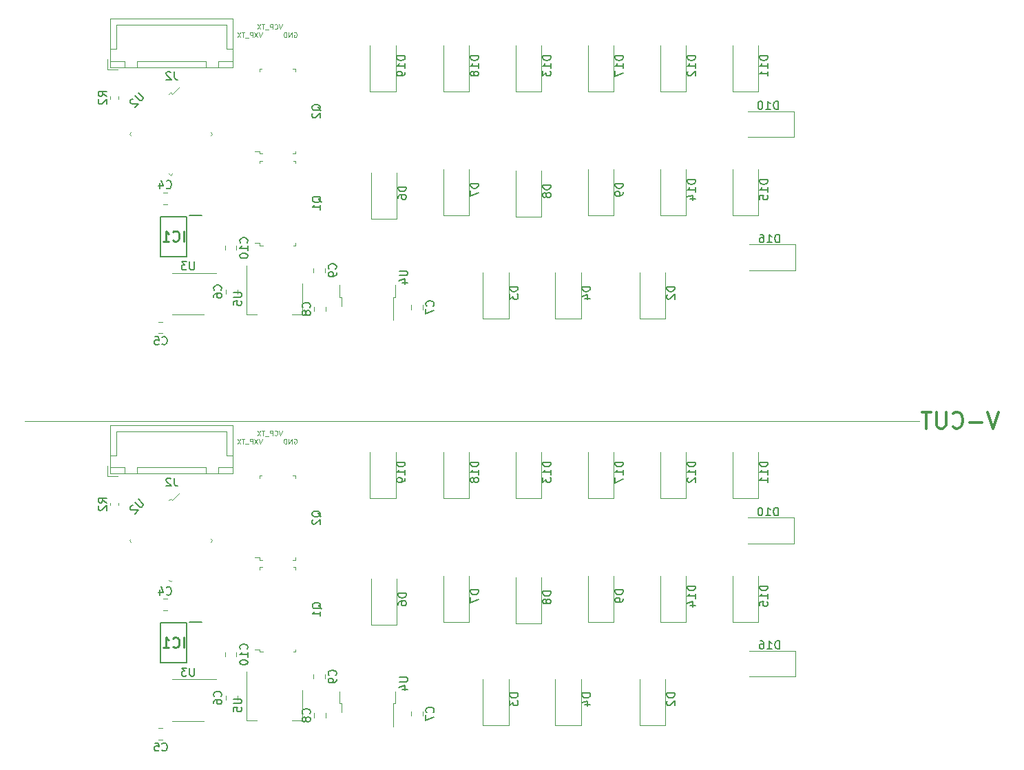
<source format=gbo>
G04 #@! TF.GenerationSoftware,KiCad,Pcbnew,(5.1.5)-3*
G04 #@! TF.CreationDate,2019-12-27T07:21:43+09:00*
G04 #@! TF.ProjectId,Solenoid_Valve-fin,536f6c65-6e6f-4696-945f-56616c76652d,rev?*
G04 #@! TF.SameCoordinates,Original*
G04 #@! TF.FileFunction,Legend,Bot*
G04 #@! TF.FilePolarity,Positive*
%FSLAX46Y46*%
G04 Gerber Fmt 4.6, Leading zero omitted, Abs format (unit mm)*
G04 Created by KiCad (PCBNEW (5.1.5)-3) date 2019-12-27 07:21:43*
%MOMM*%
%LPD*%
G04 APERTURE LIST*
%ADD10C,0.090000*%
%ADD11C,0.300000*%
%ADD12C,0.120000*%
%ADD13C,0.100000*%
%ADD14C,0.200000*%
%ADD15C,0.150000*%
%ADD16C,0.254000*%
G04 APERTURE END LIST*
D10*
X141642857Y-31171428D02*
X141442857Y-31771428D01*
X141242857Y-31171428D01*
X140700000Y-31714285D02*
X140728571Y-31742857D01*
X140814285Y-31771428D01*
X140871428Y-31771428D01*
X140957142Y-31742857D01*
X141014285Y-31685714D01*
X141042857Y-31628571D01*
X141071428Y-31514285D01*
X141071428Y-31428571D01*
X141042857Y-31314285D01*
X141014285Y-31257142D01*
X140957142Y-31200000D01*
X140871428Y-31171428D01*
X140814285Y-31171428D01*
X140728571Y-31200000D01*
X140700000Y-31228571D01*
X140442857Y-31771428D02*
X140442857Y-31171428D01*
X140214285Y-31171428D01*
X140157142Y-31200000D01*
X140128571Y-31228571D01*
X140100000Y-31285714D01*
X140100000Y-31371428D01*
X140128571Y-31428571D01*
X140157142Y-31457142D01*
X140214285Y-31485714D01*
X140442857Y-31485714D01*
X139985714Y-31828571D02*
X139528571Y-31828571D01*
X139471428Y-31171428D02*
X139128571Y-31171428D01*
X139300000Y-31771428D02*
X139300000Y-31171428D01*
X138985714Y-31171428D02*
X138585714Y-31771428D01*
X138585714Y-31171428D02*
X138985714Y-31771428D01*
X143087142Y-32200000D02*
X143144285Y-32171428D01*
X143230000Y-32171428D01*
X143315714Y-32200000D01*
X143372857Y-32257142D01*
X143401428Y-32314285D01*
X143430000Y-32428571D01*
X143430000Y-32514285D01*
X143401428Y-32628571D01*
X143372857Y-32685714D01*
X143315714Y-32742857D01*
X143230000Y-32771428D01*
X143172857Y-32771428D01*
X143087142Y-32742857D01*
X143058571Y-32714285D01*
X143058571Y-32514285D01*
X143172857Y-32514285D01*
X142801428Y-32771428D02*
X142801428Y-32171428D01*
X142458571Y-32771428D01*
X142458571Y-32171428D01*
X142172857Y-32771428D02*
X142172857Y-32171428D01*
X142030000Y-32171428D01*
X141944285Y-32200000D01*
X141887142Y-32257142D01*
X141858571Y-32314285D01*
X141830000Y-32428571D01*
X141830000Y-32514285D01*
X141858571Y-32628571D01*
X141887142Y-32685714D01*
X141944285Y-32742857D01*
X142030000Y-32771428D01*
X142172857Y-32771428D01*
X139158571Y-32171428D02*
X138958571Y-32771428D01*
X138758571Y-32171428D01*
X138615714Y-32171428D02*
X138215714Y-32771428D01*
X138215714Y-32171428D02*
X138615714Y-32771428D01*
X137987142Y-32771428D02*
X137987142Y-32171428D01*
X137758571Y-32171428D01*
X137701428Y-32200000D01*
X137672857Y-32228571D01*
X137644285Y-32285714D01*
X137644285Y-32371428D01*
X137672857Y-32428571D01*
X137701428Y-32457142D01*
X137758571Y-32485714D01*
X137987142Y-32485714D01*
X137530000Y-32828571D02*
X137072857Y-32828571D01*
X137015714Y-32171428D02*
X136672857Y-32171428D01*
X136844285Y-32771428D02*
X136844285Y-32171428D01*
X136530000Y-32171428D02*
X136130000Y-32771428D01*
X136130000Y-32171428D02*
X136530000Y-32771428D01*
D11*
X229714285Y-78904761D02*
X229047619Y-80904761D01*
X228380952Y-78904761D01*
X227714285Y-80142857D02*
X226190476Y-80142857D01*
X224095238Y-80714285D02*
X224190476Y-80809523D01*
X224476190Y-80904761D01*
X224666666Y-80904761D01*
X224952380Y-80809523D01*
X225142857Y-80619047D01*
X225238095Y-80428571D01*
X225333333Y-80047619D01*
X225333333Y-79761904D01*
X225238095Y-79380952D01*
X225142857Y-79190476D01*
X224952380Y-79000000D01*
X224666666Y-78904761D01*
X224476190Y-78904761D01*
X224190476Y-79000000D01*
X224095238Y-79095238D01*
X223238095Y-78904761D02*
X223238095Y-80523809D01*
X223142857Y-80714285D01*
X223047619Y-80809523D01*
X222857142Y-80904761D01*
X222476190Y-80904761D01*
X222285714Y-80809523D01*
X222190476Y-80714285D01*
X222095238Y-80523809D01*
X222095238Y-78904761D01*
X221428571Y-78904761D02*
X220285714Y-78904761D01*
X220857142Y-80904761D02*
X220857142Y-78904761D01*
D12*
X220000000Y-80000000D02*
X110000000Y-80000000D01*
D10*
X143087142Y-82200000D02*
X143144285Y-82171428D01*
X143230000Y-82171428D01*
X143315714Y-82200000D01*
X143372857Y-82257142D01*
X143401428Y-82314285D01*
X143430000Y-82428571D01*
X143430000Y-82514285D01*
X143401428Y-82628571D01*
X143372857Y-82685714D01*
X143315714Y-82742857D01*
X143230000Y-82771428D01*
X143172857Y-82771428D01*
X143087142Y-82742857D01*
X143058571Y-82714285D01*
X143058571Y-82514285D01*
X143172857Y-82514285D01*
X142801428Y-82771428D02*
X142801428Y-82171428D01*
X142458571Y-82771428D01*
X142458571Y-82171428D01*
X142172857Y-82771428D02*
X142172857Y-82171428D01*
X142030000Y-82171428D01*
X141944285Y-82200000D01*
X141887142Y-82257142D01*
X141858571Y-82314285D01*
X141830000Y-82428571D01*
X141830000Y-82514285D01*
X141858571Y-82628571D01*
X141887142Y-82685714D01*
X141944285Y-82742857D01*
X142030000Y-82771428D01*
X142172857Y-82771428D01*
X141642857Y-81171428D02*
X141442857Y-81771428D01*
X141242857Y-81171428D01*
X140700000Y-81714285D02*
X140728571Y-81742857D01*
X140814285Y-81771428D01*
X140871428Y-81771428D01*
X140957142Y-81742857D01*
X141014285Y-81685714D01*
X141042857Y-81628571D01*
X141071428Y-81514285D01*
X141071428Y-81428571D01*
X141042857Y-81314285D01*
X141014285Y-81257142D01*
X140957142Y-81200000D01*
X140871428Y-81171428D01*
X140814285Y-81171428D01*
X140728571Y-81200000D01*
X140700000Y-81228571D01*
X140442857Y-81771428D02*
X140442857Y-81171428D01*
X140214285Y-81171428D01*
X140157142Y-81200000D01*
X140128571Y-81228571D01*
X140100000Y-81285714D01*
X140100000Y-81371428D01*
X140128571Y-81428571D01*
X140157142Y-81457142D01*
X140214285Y-81485714D01*
X140442857Y-81485714D01*
X139985714Y-81828571D02*
X139528571Y-81828571D01*
X139471428Y-81171428D02*
X139128571Y-81171428D01*
X139300000Y-81771428D02*
X139300000Y-81171428D01*
X138985714Y-81171428D02*
X138585714Y-81771428D01*
X138585714Y-81171428D02*
X138985714Y-81771428D01*
X139158571Y-82171428D02*
X138958571Y-82771428D01*
X138758571Y-82171428D01*
X138615714Y-82171428D02*
X138215714Y-82771428D01*
X138215714Y-82171428D02*
X138615714Y-82771428D01*
X137987142Y-82771428D02*
X137987142Y-82171428D01*
X137758571Y-82171428D01*
X137701428Y-82200000D01*
X137672857Y-82228571D01*
X137644285Y-82285714D01*
X137644285Y-82371428D01*
X137672857Y-82428571D01*
X137701428Y-82457142D01*
X137758571Y-82485714D01*
X137987142Y-82485714D01*
X137530000Y-82828571D02*
X137072857Y-82828571D01*
X137015714Y-82171428D02*
X136672857Y-82171428D01*
X136844285Y-82771428D02*
X136844285Y-82171428D01*
X136530000Y-82171428D02*
X136130000Y-82771428D01*
X136130000Y-82171428D02*
X136530000Y-82771428D01*
D12*
X126441422Y-69210000D02*
X126958578Y-69210000D01*
X126441422Y-67790000D02*
X126958578Y-67790000D01*
X128150132Y-49559179D02*
X127938000Y-49771311D01*
X127938000Y-49771311D02*
X127725868Y-49559179D01*
X132831179Y-44878132D02*
X133043311Y-44666000D01*
X133043311Y-44666000D02*
X132831179Y-44453868D01*
X123044821Y-44453868D02*
X122832689Y-44666000D01*
X122832689Y-44666000D02*
X123044821Y-44878132D01*
X127725868Y-39772821D02*
X127938000Y-39560689D01*
X127938000Y-39560689D02*
X128150132Y-39772821D01*
X128150132Y-39772821D02*
X129079977Y-38842976D01*
X120185000Y-36750000D02*
X120185000Y-35500000D01*
X121435000Y-36750000D02*
X120185000Y-36750000D01*
X134835000Y-31250000D02*
X128035000Y-31250000D01*
X134835000Y-34200000D02*
X134835000Y-31250000D01*
X135585000Y-34200000D02*
X134835000Y-34200000D01*
X121235000Y-31250000D02*
X128035000Y-31250000D01*
X121235000Y-34200000D02*
X121235000Y-31250000D01*
X120485000Y-34200000D02*
X121235000Y-34200000D01*
X135585000Y-36450000D02*
X133785000Y-36450000D01*
X135585000Y-35700000D02*
X135585000Y-36450000D01*
X133785000Y-35700000D02*
X135585000Y-35700000D01*
X133785000Y-36450000D02*
X133785000Y-35700000D01*
X122285000Y-36450000D02*
X120485000Y-36450000D01*
X122285000Y-35700000D02*
X122285000Y-36450000D01*
X120485000Y-35700000D02*
X122285000Y-35700000D01*
X120485000Y-36450000D02*
X120485000Y-35700000D01*
X132285000Y-36450000D02*
X123785000Y-36450000D01*
X132285000Y-35700000D02*
X132285000Y-36450000D01*
X123785000Y-35700000D02*
X132285000Y-35700000D01*
X123785000Y-36450000D02*
X123785000Y-35700000D01*
X135595000Y-36460000D02*
X120475000Y-36460000D01*
X135595000Y-30490000D02*
X135595000Y-36460000D01*
X120475000Y-30490000D02*
X135595000Y-30490000D01*
X120475000Y-36460000D02*
X120475000Y-30490000D01*
X120490000Y-40049221D02*
X120490000Y-40374779D01*
X121510000Y-40049221D02*
X121510000Y-40374779D01*
D13*
X143240000Y-36700000D02*
X142940000Y-36700000D01*
X143240000Y-36700000D02*
X143240000Y-37000000D01*
X143240000Y-47100000D02*
X142940000Y-47100000D01*
X138840000Y-37000000D02*
X138840000Y-36700000D01*
X138840000Y-36700000D02*
X139140000Y-36700000D01*
X139240000Y-47100000D02*
X138840000Y-47100000D01*
X138840000Y-47100000D02*
X138840000Y-46800000D01*
X138840000Y-46800000D02*
X138240000Y-46800000D01*
X143240000Y-46800000D02*
X143240000Y-47100000D01*
X143300000Y-47995000D02*
X143000000Y-47995000D01*
X143300000Y-47995000D02*
X143300000Y-48295000D01*
X143300000Y-58395000D02*
X143000000Y-58395000D01*
X138900000Y-48295000D02*
X138900000Y-47995000D01*
X138900000Y-47995000D02*
X139200000Y-47995000D01*
X139300000Y-58395000D02*
X138900000Y-58395000D01*
X138900000Y-58395000D02*
X138900000Y-58095000D01*
X138900000Y-58095000D02*
X138300000Y-58095000D01*
X143300000Y-58095000D02*
X143300000Y-58395000D01*
D12*
X144110000Y-66860000D02*
X142850000Y-66860000D01*
X137290000Y-66860000D02*
X138550000Y-66860000D01*
X144110000Y-63100000D02*
X144110000Y-66860000D01*
X137290000Y-60850000D02*
X137290000Y-66860000D01*
X169475000Y-61718000D02*
X169475000Y-67403000D01*
X169475000Y-67403000D02*
X166305000Y-67403000D01*
X166305000Y-67403000D02*
X166305000Y-61718000D01*
X182405000Y-49018000D02*
X182405000Y-54703000D01*
X182405000Y-54703000D02*
X179235000Y-54703000D01*
X179235000Y-54703000D02*
X179235000Y-49018000D01*
X200185000Y-49018000D02*
X200185000Y-54703000D01*
X200185000Y-54703000D02*
X197015000Y-54703000D01*
X197015000Y-54703000D02*
X197015000Y-49018000D01*
X146910000Y-61696578D02*
X146910000Y-61179422D01*
X145490000Y-61696578D02*
X145490000Y-61179422D01*
X127496578Y-51890000D02*
X126979422Y-51890000D01*
X127496578Y-53310000D02*
X126979422Y-53310000D01*
X134690000Y-63803422D02*
X134690000Y-64320578D01*
X136110000Y-63803422D02*
X136110000Y-64320578D01*
D14*
X129900000Y-54850000D02*
X126700000Y-54850000D01*
X126700000Y-54850000D02*
X126700000Y-59750000D01*
X126700000Y-59750000D02*
X129900000Y-59750000D01*
X129900000Y-59750000D02*
X129900000Y-54850000D01*
X131775000Y-54695000D02*
X130250000Y-54695000D01*
D12*
X155735000Y-49420000D02*
X155735000Y-55105000D01*
X155735000Y-55105000D02*
X152565000Y-55105000D01*
X152565000Y-55105000D02*
X152565000Y-49420000D01*
X173515000Y-49188000D02*
X173515000Y-54873000D01*
X173515000Y-54873000D02*
X170345000Y-54873000D01*
X170345000Y-54873000D02*
X170345000Y-49188000D01*
X145590000Y-65941422D02*
X145590000Y-66458578D01*
X147010000Y-65941422D02*
X147010000Y-66458578D01*
X136010000Y-58958578D02*
X136010000Y-58441422D01*
X134590000Y-58958578D02*
X134590000Y-58441422D01*
X155550000Y-63245000D02*
X155550000Y-64745000D01*
X155550000Y-64745000D02*
X155280000Y-64745000D01*
X155280000Y-64745000D02*
X155280000Y-67575000D01*
X148650000Y-63245000D02*
X148650000Y-64745000D01*
X148650000Y-64745000D02*
X148920000Y-64745000D01*
X148920000Y-64745000D02*
X148920000Y-65845000D01*
X200185000Y-33778000D02*
X200185000Y-39463000D01*
X200185000Y-39463000D02*
X197015000Y-39463000D01*
X197015000Y-39463000D02*
X197015000Y-33778000D01*
X173515000Y-33778000D02*
X173515000Y-39463000D01*
X173515000Y-39463000D02*
X170345000Y-39463000D01*
X170345000Y-39463000D02*
X170345000Y-33778000D01*
X178365000Y-61718000D02*
X178365000Y-67403000D01*
X178365000Y-67403000D02*
X175195000Y-67403000D01*
X175195000Y-67403000D02*
X175195000Y-61718000D01*
X198890000Y-41885000D02*
X204575000Y-41885000D01*
X204575000Y-41885000D02*
X204575000Y-45055000D01*
X204575000Y-45055000D02*
X198890000Y-45055000D01*
X188755000Y-61718000D02*
X188755000Y-67403000D01*
X188755000Y-67403000D02*
X185585000Y-67403000D01*
X185585000Y-67403000D02*
X185585000Y-61718000D01*
X191295000Y-49018000D02*
X191295000Y-54703000D01*
X191295000Y-54703000D02*
X188125000Y-54703000D01*
X188125000Y-54703000D02*
X188125000Y-49018000D01*
X199050000Y-58275000D02*
X204735000Y-58275000D01*
X204735000Y-58275000D02*
X204735000Y-61445000D01*
X204735000Y-61445000D02*
X199050000Y-61445000D01*
X164625000Y-33778000D02*
X164625000Y-39463000D01*
X164625000Y-39463000D02*
X161455000Y-39463000D01*
X161455000Y-39463000D02*
X161455000Y-33778000D01*
X158910000Y-66261252D02*
X158910000Y-65738748D01*
X157490000Y-66261252D02*
X157490000Y-65738748D01*
X164625000Y-49018000D02*
X164625000Y-54703000D01*
X164625000Y-54703000D02*
X161455000Y-54703000D01*
X161455000Y-54703000D02*
X161455000Y-49018000D01*
X191295000Y-33778000D02*
X191295000Y-39463000D01*
X191295000Y-39463000D02*
X188125000Y-39463000D01*
X188125000Y-39463000D02*
X188125000Y-33778000D01*
X155585000Y-33778000D02*
X155585000Y-39463000D01*
X155585000Y-39463000D02*
X152415000Y-39463000D01*
X152415000Y-39463000D02*
X152415000Y-33778000D01*
X182405000Y-33778000D02*
X182405000Y-39463000D01*
X182405000Y-39463000D02*
X179235000Y-39463000D01*
X179235000Y-39463000D02*
X179235000Y-33778000D01*
X130075000Y-66895000D02*
X128125000Y-66895000D01*
X130075000Y-66895000D02*
X132025000Y-66895000D01*
X130075000Y-61775000D02*
X128125000Y-61775000D01*
X130075000Y-61775000D02*
X133525000Y-61775000D01*
X152415000Y-89463000D02*
X152415000Y-83778000D01*
X155585000Y-89463000D02*
X152415000Y-89463000D01*
X155585000Y-83778000D02*
X155585000Y-89463000D01*
X161455000Y-89463000D02*
X161455000Y-83778000D01*
X164625000Y-89463000D02*
X161455000Y-89463000D01*
X164625000Y-83778000D02*
X164625000Y-89463000D01*
X179235000Y-89463000D02*
X179235000Y-83778000D01*
X182405000Y-89463000D02*
X179235000Y-89463000D01*
X182405000Y-83778000D02*
X182405000Y-89463000D01*
X204735000Y-111445000D02*
X199050000Y-111445000D01*
X204735000Y-108275000D02*
X204735000Y-111445000D01*
X199050000Y-108275000D02*
X204735000Y-108275000D01*
X197015000Y-104703000D02*
X197015000Y-99018000D01*
X200185000Y-104703000D02*
X197015000Y-104703000D01*
X200185000Y-99018000D02*
X200185000Y-104703000D01*
X188125000Y-104703000D02*
X188125000Y-99018000D01*
X191295000Y-104703000D02*
X188125000Y-104703000D01*
X191295000Y-99018000D02*
X191295000Y-104703000D01*
X170345000Y-89463000D02*
X170345000Y-83778000D01*
X173515000Y-89463000D02*
X170345000Y-89463000D01*
X173515000Y-83778000D02*
X173515000Y-89463000D01*
X188125000Y-89463000D02*
X188125000Y-83778000D01*
X191295000Y-89463000D02*
X188125000Y-89463000D01*
X191295000Y-83778000D02*
X191295000Y-89463000D01*
X197015000Y-89463000D02*
X197015000Y-83778000D01*
X200185000Y-89463000D02*
X197015000Y-89463000D01*
X200185000Y-83778000D02*
X200185000Y-89463000D01*
X204575000Y-95055000D02*
X198890000Y-95055000D01*
X204575000Y-91885000D02*
X204575000Y-95055000D01*
X198890000Y-91885000D02*
X204575000Y-91885000D01*
X179235000Y-104703000D02*
X179235000Y-99018000D01*
X182405000Y-104703000D02*
X179235000Y-104703000D01*
X182405000Y-99018000D02*
X182405000Y-104703000D01*
X170345000Y-104873000D02*
X170345000Y-99188000D01*
X173515000Y-104873000D02*
X170345000Y-104873000D01*
X173515000Y-99188000D02*
X173515000Y-104873000D01*
X161455000Y-104703000D02*
X161455000Y-99018000D01*
X164625000Y-104703000D02*
X161455000Y-104703000D01*
X164625000Y-99018000D02*
X164625000Y-104703000D01*
X152565000Y-105105000D02*
X152565000Y-99420000D01*
X155735000Y-105105000D02*
X152565000Y-105105000D01*
X155735000Y-99420000D02*
X155735000Y-105105000D01*
X175195000Y-117403000D02*
X175195000Y-111718000D01*
X178365000Y-117403000D02*
X175195000Y-117403000D01*
X178365000Y-111718000D02*
X178365000Y-117403000D01*
X166305000Y-117403000D02*
X166305000Y-111718000D01*
X169475000Y-117403000D02*
X166305000Y-117403000D01*
X169475000Y-111718000D02*
X169475000Y-117403000D01*
X185585000Y-117403000D02*
X185585000Y-111718000D01*
X188755000Y-117403000D02*
X185585000Y-117403000D01*
X188755000Y-111718000D02*
X188755000Y-117403000D01*
X148920000Y-114745000D02*
X148920000Y-115845000D01*
X148650000Y-114745000D02*
X148920000Y-114745000D01*
X148650000Y-113245000D02*
X148650000Y-114745000D01*
X155280000Y-114745000D02*
X155280000Y-117575000D01*
X155550000Y-114745000D02*
X155280000Y-114745000D01*
X155550000Y-113245000D02*
X155550000Y-114745000D01*
X134590000Y-108958578D02*
X134590000Y-108441422D01*
X136010000Y-108958578D02*
X136010000Y-108441422D01*
X145490000Y-111696578D02*
X145490000Y-111179422D01*
X146910000Y-111696578D02*
X146910000Y-111179422D01*
X147010000Y-115941422D02*
X147010000Y-116458578D01*
X145590000Y-115941422D02*
X145590000Y-116458578D01*
X157490000Y-116261252D02*
X157490000Y-115738748D01*
X158910000Y-116261252D02*
X158910000Y-115738748D01*
X137290000Y-110850000D02*
X137290000Y-116860000D01*
X144110000Y-113100000D02*
X144110000Y-116860000D01*
X137290000Y-116860000D02*
X138550000Y-116860000D01*
X144110000Y-116860000D02*
X142850000Y-116860000D01*
X130075000Y-111775000D02*
X133525000Y-111775000D01*
X130075000Y-111775000D02*
X128125000Y-111775000D01*
X130075000Y-116895000D02*
X132025000Y-116895000D01*
X130075000Y-116895000D02*
X128125000Y-116895000D01*
X128150132Y-89772821D02*
X129079977Y-88842976D01*
X127938000Y-89560689D02*
X128150132Y-89772821D01*
X127725868Y-89772821D02*
X127938000Y-89560689D01*
X122832689Y-94666000D02*
X123044821Y-94878132D01*
X123044821Y-94453868D02*
X122832689Y-94666000D01*
X133043311Y-94666000D02*
X132831179Y-94453868D01*
X132831179Y-94878132D02*
X133043311Y-94666000D01*
X127938000Y-99771311D02*
X127725868Y-99559179D01*
X128150132Y-99559179D02*
X127938000Y-99771311D01*
X121510000Y-90049221D02*
X121510000Y-90374779D01*
X120490000Y-90049221D02*
X120490000Y-90374779D01*
D13*
X143240000Y-96800000D02*
X143240000Y-97100000D01*
X138840000Y-96800000D02*
X138240000Y-96800000D01*
X138840000Y-97100000D02*
X138840000Y-96800000D01*
X139240000Y-97100000D02*
X138840000Y-97100000D01*
X138840000Y-86700000D02*
X139140000Y-86700000D01*
X138840000Y-87000000D02*
X138840000Y-86700000D01*
X143240000Y-97100000D02*
X142940000Y-97100000D01*
X143240000Y-86700000D02*
X143240000Y-87000000D01*
X143240000Y-86700000D02*
X142940000Y-86700000D01*
X143300000Y-108095000D02*
X143300000Y-108395000D01*
X138900000Y-108095000D02*
X138300000Y-108095000D01*
X138900000Y-108395000D02*
X138900000Y-108095000D01*
X139300000Y-108395000D02*
X138900000Y-108395000D01*
X138900000Y-97995000D02*
X139200000Y-97995000D01*
X138900000Y-98295000D02*
X138900000Y-97995000D01*
X143300000Y-108395000D02*
X143000000Y-108395000D01*
X143300000Y-97995000D02*
X143300000Y-98295000D01*
X143300000Y-97995000D02*
X143000000Y-97995000D01*
D12*
X120475000Y-86460000D02*
X120475000Y-80490000D01*
X120475000Y-80490000D02*
X135595000Y-80490000D01*
X135595000Y-80490000D02*
X135595000Y-86460000D01*
X135595000Y-86460000D02*
X120475000Y-86460000D01*
X123785000Y-86450000D02*
X123785000Y-85700000D01*
X123785000Y-85700000D02*
X132285000Y-85700000D01*
X132285000Y-85700000D02*
X132285000Y-86450000D01*
X132285000Y-86450000D02*
X123785000Y-86450000D01*
X120485000Y-86450000D02*
X120485000Y-85700000D01*
X120485000Y-85700000D02*
X122285000Y-85700000D01*
X122285000Y-85700000D02*
X122285000Y-86450000D01*
X122285000Y-86450000D02*
X120485000Y-86450000D01*
X133785000Y-86450000D02*
X133785000Y-85700000D01*
X133785000Y-85700000D02*
X135585000Y-85700000D01*
X135585000Y-85700000D02*
X135585000Y-86450000D01*
X135585000Y-86450000D02*
X133785000Y-86450000D01*
X120485000Y-84200000D02*
X121235000Y-84200000D01*
X121235000Y-84200000D02*
X121235000Y-81250000D01*
X121235000Y-81250000D02*
X128035000Y-81250000D01*
X135585000Y-84200000D02*
X134835000Y-84200000D01*
X134835000Y-84200000D02*
X134835000Y-81250000D01*
X134835000Y-81250000D02*
X128035000Y-81250000D01*
X121435000Y-86750000D02*
X120185000Y-86750000D01*
X120185000Y-86750000D02*
X120185000Y-85500000D01*
D14*
X131775000Y-104695000D02*
X130250000Y-104695000D01*
X129900000Y-109750000D02*
X129900000Y-104850000D01*
X126700000Y-109750000D02*
X129900000Y-109750000D01*
X126700000Y-104850000D02*
X126700000Y-109750000D01*
X129900000Y-104850000D02*
X126700000Y-104850000D01*
D12*
X136110000Y-113803422D02*
X136110000Y-114320578D01*
X134690000Y-113803422D02*
X134690000Y-114320578D01*
X126441422Y-117790000D02*
X126958578Y-117790000D01*
X126441422Y-119210000D02*
X126958578Y-119210000D01*
X127496578Y-103310000D02*
X126979422Y-103310000D01*
X127496578Y-101890000D02*
X126979422Y-101890000D01*
D15*
X126866666Y-70507142D02*
X126914285Y-70554761D01*
X127057142Y-70602380D01*
X127152380Y-70602380D01*
X127295238Y-70554761D01*
X127390476Y-70459523D01*
X127438095Y-70364285D01*
X127485714Y-70173809D01*
X127485714Y-70030952D01*
X127438095Y-69840476D01*
X127390476Y-69745238D01*
X127295238Y-69650000D01*
X127152380Y-69602380D01*
X127057142Y-69602380D01*
X126914285Y-69650000D01*
X126866666Y-69697619D01*
X125961904Y-69602380D02*
X126438095Y-69602380D01*
X126485714Y-70078571D01*
X126438095Y-70030952D01*
X126342857Y-69983333D01*
X126104761Y-69983333D01*
X126009523Y-70030952D01*
X125961904Y-70078571D01*
X125914285Y-70173809D01*
X125914285Y-70411904D01*
X125961904Y-70507142D01*
X126009523Y-70554761D01*
X126104761Y-70602380D01*
X126342857Y-70602380D01*
X126438095Y-70554761D01*
X126485714Y-70507142D01*
X123931734Y-39582238D02*
X124504154Y-40154658D01*
X124537826Y-40255673D01*
X124537826Y-40323017D01*
X124504154Y-40424032D01*
X124369467Y-40558719D01*
X124268452Y-40592391D01*
X124201108Y-40592391D01*
X124100093Y-40558719D01*
X123527673Y-39986299D01*
X123291971Y-40356689D02*
X123224628Y-40356689D01*
X123123612Y-40390360D01*
X122955254Y-40558719D01*
X122921582Y-40659734D01*
X122921582Y-40727078D01*
X122955254Y-40828093D01*
X123022597Y-40895437D01*
X123157284Y-40962780D01*
X123965406Y-40962780D01*
X123527673Y-41400513D01*
X128368333Y-37002380D02*
X128368333Y-37716666D01*
X128415952Y-37859523D01*
X128511190Y-37954761D01*
X128654047Y-38002380D01*
X128749285Y-38002380D01*
X127939761Y-37097619D02*
X127892142Y-37050000D01*
X127796904Y-37002380D01*
X127558809Y-37002380D01*
X127463571Y-37050000D01*
X127415952Y-37097619D01*
X127368333Y-37192857D01*
X127368333Y-37288095D01*
X127415952Y-37430952D01*
X127987380Y-38002380D01*
X127368333Y-38002380D01*
X120022380Y-40045333D02*
X119546190Y-39712000D01*
X120022380Y-39473904D02*
X119022380Y-39473904D01*
X119022380Y-39854857D01*
X119070000Y-39950095D01*
X119117619Y-39997714D01*
X119212857Y-40045333D01*
X119355714Y-40045333D01*
X119450952Y-39997714D01*
X119498571Y-39950095D01*
X119546190Y-39854857D01*
X119546190Y-39473904D01*
X119117619Y-40426285D02*
X119070000Y-40473904D01*
X119022380Y-40569142D01*
X119022380Y-40807238D01*
X119070000Y-40902476D01*
X119117619Y-40950095D01*
X119212857Y-40997714D01*
X119308095Y-40997714D01*
X119450952Y-40950095D01*
X120022380Y-40378666D01*
X120022380Y-40997714D01*
X146387619Y-41804761D02*
X146340000Y-41709523D01*
X146244761Y-41614285D01*
X146101904Y-41471428D01*
X146054285Y-41376190D01*
X146054285Y-41280952D01*
X146292380Y-41328571D02*
X146244761Y-41233333D01*
X146149523Y-41138095D01*
X145959047Y-41090476D01*
X145625714Y-41090476D01*
X145435238Y-41138095D01*
X145340000Y-41233333D01*
X145292380Y-41328571D01*
X145292380Y-41519047D01*
X145340000Y-41614285D01*
X145435238Y-41709523D01*
X145625714Y-41757142D01*
X145959047Y-41757142D01*
X146149523Y-41709523D01*
X146244761Y-41614285D01*
X146292380Y-41519047D01*
X146292380Y-41328571D01*
X145387619Y-42138095D02*
X145340000Y-42185714D01*
X145292380Y-42280952D01*
X145292380Y-42519047D01*
X145340000Y-42614285D01*
X145387619Y-42661904D01*
X145482857Y-42709523D01*
X145578095Y-42709523D01*
X145720952Y-42661904D01*
X146292380Y-42090476D01*
X146292380Y-42709523D01*
X146447619Y-53099761D02*
X146400000Y-53004523D01*
X146304761Y-52909285D01*
X146161904Y-52766428D01*
X146114285Y-52671190D01*
X146114285Y-52575952D01*
X146352380Y-52623571D02*
X146304761Y-52528333D01*
X146209523Y-52433095D01*
X146019047Y-52385476D01*
X145685714Y-52385476D01*
X145495238Y-52433095D01*
X145400000Y-52528333D01*
X145352380Y-52623571D01*
X145352380Y-52814047D01*
X145400000Y-52909285D01*
X145495238Y-53004523D01*
X145685714Y-53052142D01*
X146019047Y-53052142D01*
X146209523Y-53004523D01*
X146304761Y-52909285D01*
X146352380Y-52814047D01*
X146352380Y-52623571D01*
X146352380Y-54004523D02*
X146352380Y-53433095D01*
X146352380Y-53718809D02*
X145352380Y-53718809D01*
X145495238Y-53623571D01*
X145590476Y-53528333D01*
X145638095Y-53433095D01*
X135652380Y-64188095D02*
X136461904Y-64188095D01*
X136557142Y-64235714D01*
X136604761Y-64283333D01*
X136652380Y-64378571D01*
X136652380Y-64569047D01*
X136604761Y-64664285D01*
X136557142Y-64711904D01*
X136461904Y-64759523D01*
X135652380Y-64759523D01*
X135652380Y-65711904D02*
X135652380Y-65235714D01*
X136128571Y-65188095D01*
X136080952Y-65235714D01*
X136033333Y-65330952D01*
X136033333Y-65569047D01*
X136080952Y-65664285D01*
X136128571Y-65711904D01*
X136223809Y-65759523D01*
X136461904Y-65759523D01*
X136557142Y-65711904D01*
X136604761Y-65664285D01*
X136652380Y-65569047D01*
X136652380Y-65330952D01*
X136604761Y-65235714D01*
X136557142Y-65188095D01*
X170622380Y-63479904D02*
X169622380Y-63479904D01*
X169622380Y-63718000D01*
X169670000Y-63860857D01*
X169765238Y-63956095D01*
X169860476Y-64003714D01*
X170050952Y-64051333D01*
X170193809Y-64051333D01*
X170384285Y-64003714D01*
X170479523Y-63956095D01*
X170574761Y-63860857D01*
X170622380Y-63718000D01*
X170622380Y-63479904D01*
X169622380Y-64384666D02*
X169622380Y-65003714D01*
X170003333Y-64670380D01*
X170003333Y-64813238D01*
X170050952Y-64908476D01*
X170098571Y-64956095D01*
X170193809Y-65003714D01*
X170431904Y-65003714D01*
X170527142Y-64956095D01*
X170574761Y-64908476D01*
X170622380Y-64813238D01*
X170622380Y-64527523D01*
X170574761Y-64432285D01*
X170527142Y-64384666D01*
X183552380Y-50779904D02*
X182552380Y-50779904D01*
X182552380Y-51018000D01*
X182600000Y-51160857D01*
X182695238Y-51256095D01*
X182790476Y-51303714D01*
X182980952Y-51351333D01*
X183123809Y-51351333D01*
X183314285Y-51303714D01*
X183409523Y-51256095D01*
X183504761Y-51160857D01*
X183552380Y-51018000D01*
X183552380Y-50779904D01*
X183552380Y-51827523D02*
X183552380Y-52018000D01*
X183504761Y-52113238D01*
X183457142Y-52160857D01*
X183314285Y-52256095D01*
X183123809Y-52303714D01*
X182742857Y-52303714D01*
X182647619Y-52256095D01*
X182600000Y-52208476D01*
X182552380Y-52113238D01*
X182552380Y-51922761D01*
X182600000Y-51827523D01*
X182647619Y-51779904D01*
X182742857Y-51732285D01*
X182980952Y-51732285D01*
X183076190Y-51779904D01*
X183123809Y-51827523D01*
X183171428Y-51922761D01*
X183171428Y-52113238D01*
X183123809Y-52208476D01*
X183076190Y-52256095D01*
X182980952Y-52303714D01*
X201332380Y-50303714D02*
X200332380Y-50303714D01*
X200332380Y-50541809D01*
X200380000Y-50684666D01*
X200475238Y-50779904D01*
X200570476Y-50827523D01*
X200760952Y-50875142D01*
X200903809Y-50875142D01*
X201094285Y-50827523D01*
X201189523Y-50779904D01*
X201284761Y-50684666D01*
X201332380Y-50541809D01*
X201332380Y-50303714D01*
X201332380Y-51827523D02*
X201332380Y-51256095D01*
X201332380Y-51541809D02*
X200332380Y-51541809D01*
X200475238Y-51446571D01*
X200570476Y-51351333D01*
X200618095Y-51256095D01*
X200332380Y-52732285D02*
X200332380Y-52256095D01*
X200808571Y-52208476D01*
X200760952Y-52256095D01*
X200713333Y-52351333D01*
X200713333Y-52589428D01*
X200760952Y-52684666D01*
X200808571Y-52732285D01*
X200903809Y-52779904D01*
X201141904Y-52779904D01*
X201237142Y-52732285D01*
X201284761Y-52684666D01*
X201332380Y-52589428D01*
X201332380Y-52351333D01*
X201284761Y-52256095D01*
X201237142Y-52208476D01*
X148207142Y-61271333D02*
X148254761Y-61223714D01*
X148302380Y-61080857D01*
X148302380Y-60985619D01*
X148254761Y-60842761D01*
X148159523Y-60747523D01*
X148064285Y-60699904D01*
X147873809Y-60652285D01*
X147730952Y-60652285D01*
X147540476Y-60699904D01*
X147445238Y-60747523D01*
X147350000Y-60842761D01*
X147302380Y-60985619D01*
X147302380Y-61080857D01*
X147350000Y-61223714D01*
X147397619Y-61271333D01*
X148302380Y-61747523D02*
X148302380Y-61938000D01*
X148254761Y-62033238D01*
X148207142Y-62080857D01*
X148064285Y-62176095D01*
X147873809Y-62223714D01*
X147492857Y-62223714D01*
X147397619Y-62176095D01*
X147350000Y-62128476D01*
X147302380Y-62033238D01*
X147302380Y-61842761D01*
X147350000Y-61747523D01*
X147397619Y-61699904D01*
X147492857Y-61652285D01*
X147730952Y-61652285D01*
X147826190Y-61699904D01*
X147873809Y-61747523D01*
X147921428Y-61842761D01*
X147921428Y-62033238D01*
X147873809Y-62128476D01*
X147826190Y-62176095D01*
X147730952Y-62223714D01*
X127404666Y-51307142D02*
X127452285Y-51354761D01*
X127595142Y-51402380D01*
X127690380Y-51402380D01*
X127833238Y-51354761D01*
X127928476Y-51259523D01*
X127976095Y-51164285D01*
X128023714Y-50973809D01*
X128023714Y-50830952D01*
X127976095Y-50640476D01*
X127928476Y-50545238D01*
X127833238Y-50450000D01*
X127690380Y-50402380D01*
X127595142Y-50402380D01*
X127452285Y-50450000D01*
X127404666Y-50497619D01*
X126547523Y-50735714D02*
X126547523Y-51402380D01*
X126785619Y-50354761D02*
X127023714Y-51069047D01*
X126404666Y-51069047D01*
X134107142Y-63895333D02*
X134154761Y-63847714D01*
X134202380Y-63704857D01*
X134202380Y-63609619D01*
X134154761Y-63466761D01*
X134059523Y-63371523D01*
X133964285Y-63323904D01*
X133773809Y-63276285D01*
X133630952Y-63276285D01*
X133440476Y-63323904D01*
X133345238Y-63371523D01*
X133250000Y-63466761D01*
X133202380Y-63609619D01*
X133202380Y-63704857D01*
X133250000Y-63847714D01*
X133297619Y-63895333D01*
X133202380Y-64752476D02*
X133202380Y-64562000D01*
X133250000Y-64466761D01*
X133297619Y-64419142D01*
X133440476Y-64323904D01*
X133630952Y-64276285D01*
X134011904Y-64276285D01*
X134107142Y-64323904D01*
X134154761Y-64371523D01*
X134202380Y-64466761D01*
X134202380Y-64657238D01*
X134154761Y-64752476D01*
X134107142Y-64800095D01*
X134011904Y-64847714D01*
X133773809Y-64847714D01*
X133678571Y-64800095D01*
X133630952Y-64752476D01*
X133583333Y-64657238D01*
X133583333Y-64466761D01*
X133630952Y-64371523D01*
X133678571Y-64323904D01*
X133773809Y-64276285D01*
D16*
X129539761Y-57874523D02*
X129539761Y-56604523D01*
X128209285Y-57753571D02*
X128269761Y-57814047D01*
X128451190Y-57874523D01*
X128572142Y-57874523D01*
X128753571Y-57814047D01*
X128874523Y-57693095D01*
X128935000Y-57572142D01*
X128995476Y-57330238D01*
X128995476Y-57148809D01*
X128935000Y-56906904D01*
X128874523Y-56785952D01*
X128753571Y-56665000D01*
X128572142Y-56604523D01*
X128451190Y-56604523D01*
X128269761Y-56665000D01*
X128209285Y-56725476D01*
X126999761Y-57874523D02*
X127725476Y-57874523D01*
X127362619Y-57874523D02*
X127362619Y-56604523D01*
X127483571Y-56785952D01*
X127604523Y-56906904D01*
X127725476Y-56967380D01*
D15*
X156882380Y-51181904D02*
X155882380Y-51181904D01*
X155882380Y-51420000D01*
X155930000Y-51562857D01*
X156025238Y-51658095D01*
X156120476Y-51705714D01*
X156310952Y-51753333D01*
X156453809Y-51753333D01*
X156644285Y-51705714D01*
X156739523Y-51658095D01*
X156834761Y-51562857D01*
X156882380Y-51420000D01*
X156882380Y-51181904D01*
X155882380Y-52610476D02*
X155882380Y-52420000D01*
X155930000Y-52324761D01*
X155977619Y-52277142D01*
X156120476Y-52181904D01*
X156310952Y-52134285D01*
X156691904Y-52134285D01*
X156787142Y-52181904D01*
X156834761Y-52229523D01*
X156882380Y-52324761D01*
X156882380Y-52515238D01*
X156834761Y-52610476D01*
X156787142Y-52658095D01*
X156691904Y-52705714D01*
X156453809Y-52705714D01*
X156358571Y-52658095D01*
X156310952Y-52610476D01*
X156263333Y-52515238D01*
X156263333Y-52324761D01*
X156310952Y-52229523D01*
X156358571Y-52181904D01*
X156453809Y-52134285D01*
X174662380Y-50949904D02*
X173662380Y-50949904D01*
X173662380Y-51188000D01*
X173710000Y-51330857D01*
X173805238Y-51426095D01*
X173900476Y-51473714D01*
X174090952Y-51521333D01*
X174233809Y-51521333D01*
X174424285Y-51473714D01*
X174519523Y-51426095D01*
X174614761Y-51330857D01*
X174662380Y-51188000D01*
X174662380Y-50949904D01*
X174090952Y-52092761D02*
X174043333Y-51997523D01*
X173995714Y-51949904D01*
X173900476Y-51902285D01*
X173852857Y-51902285D01*
X173757619Y-51949904D01*
X173710000Y-51997523D01*
X173662380Y-52092761D01*
X173662380Y-52283238D01*
X173710000Y-52378476D01*
X173757619Y-52426095D01*
X173852857Y-52473714D01*
X173900476Y-52473714D01*
X173995714Y-52426095D01*
X174043333Y-52378476D01*
X174090952Y-52283238D01*
X174090952Y-52092761D01*
X174138571Y-51997523D01*
X174186190Y-51949904D01*
X174281428Y-51902285D01*
X174471904Y-51902285D01*
X174567142Y-51949904D01*
X174614761Y-51997523D01*
X174662380Y-52092761D01*
X174662380Y-52283238D01*
X174614761Y-52378476D01*
X174567142Y-52426095D01*
X174471904Y-52473714D01*
X174281428Y-52473714D01*
X174186190Y-52426095D01*
X174138571Y-52378476D01*
X174090952Y-52283238D01*
X145007142Y-66033333D02*
X145054761Y-65985714D01*
X145102380Y-65842857D01*
X145102380Y-65747619D01*
X145054761Y-65604761D01*
X144959523Y-65509523D01*
X144864285Y-65461904D01*
X144673809Y-65414285D01*
X144530952Y-65414285D01*
X144340476Y-65461904D01*
X144245238Y-65509523D01*
X144150000Y-65604761D01*
X144102380Y-65747619D01*
X144102380Y-65842857D01*
X144150000Y-65985714D01*
X144197619Y-66033333D01*
X144530952Y-66604761D02*
X144483333Y-66509523D01*
X144435714Y-66461904D01*
X144340476Y-66414285D01*
X144292857Y-66414285D01*
X144197619Y-66461904D01*
X144150000Y-66509523D01*
X144102380Y-66604761D01*
X144102380Y-66795238D01*
X144150000Y-66890476D01*
X144197619Y-66938095D01*
X144292857Y-66985714D01*
X144340476Y-66985714D01*
X144435714Y-66938095D01*
X144483333Y-66890476D01*
X144530952Y-66795238D01*
X144530952Y-66604761D01*
X144578571Y-66509523D01*
X144626190Y-66461904D01*
X144721428Y-66414285D01*
X144911904Y-66414285D01*
X145007142Y-66461904D01*
X145054761Y-66509523D01*
X145102380Y-66604761D01*
X145102380Y-66795238D01*
X145054761Y-66890476D01*
X145007142Y-66938095D01*
X144911904Y-66985714D01*
X144721428Y-66985714D01*
X144626190Y-66938095D01*
X144578571Y-66890476D01*
X144530952Y-66795238D01*
X137307142Y-58057142D02*
X137354761Y-58009523D01*
X137402380Y-57866666D01*
X137402380Y-57771428D01*
X137354761Y-57628571D01*
X137259523Y-57533333D01*
X137164285Y-57485714D01*
X136973809Y-57438095D01*
X136830952Y-57438095D01*
X136640476Y-57485714D01*
X136545238Y-57533333D01*
X136450000Y-57628571D01*
X136402380Y-57771428D01*
X136402380Y-57866666D01*
X136450000Y-58009523D01*
X136497619Y-58057142D01*
X137402380Y-59009523D02*
X137402380Y-58438095D01*
X137402380Y-58723809D02*
X136402380Y-58723809D01*
X136545238Y-58628571D01*
X136640476Y-58533333D01*
X136688095Y-58438095D01*
X136402380Y-59628571D02*
X136402380Y-59723809D01*
X136450000Y-59819047D01*
X136497619Y-59866666D01*
X136592857Y-59914285D01*
X136783333Y-59961904D01*
X137021428Y-59961904D01*
X137211904Y-59914285D01*
X137307142Y-59866666D01*
X137354761Y-59819047D01*
X137402380Y-59723809D01*
X137402380Y-59628571D01*
X137354761Y-59533333D01*
X137307142Y-59485714D01*
X137211904Y-59438095D01*
X137021428Y-59390476D01*
X136783333Y-59390476D01*
X136592857Y-59438095D01*
X136497619Y-59485714D01*
X136450000Y-59533333D01*
X136402380Y-59628571D01*
X156052380Y-61513095D02*
X156861904Y-61513095D01*
X156957142Y-61560714D01*
X157004761Y-61608333D01*
X157052380Y-61703571D01*
X157052380Y-61894047D01*
X157004761Y-61989285D01*
X156957142Y-62036904D01*
X156861904Y-62084523D01*
X156052380Y-62084523D01*
X156385714Y-62989285D02*
X157052380Y-62989285D01*
X156004761Y-62751190D02*
X156719047Y-62513095D01*
X156719047Y-63132142D01*
X201332380Y-35063714D02*
X200332380Y-35063714D01*
X200332380Y-35301809D01*
X200380000Y-35444666D01*
X200475238Y-35539904D01*
X200570476Y-35587523D01*
X200760952Y-35635142D01*
X200903809Y-35635142D01*
X201094285Y-35587523D01*
X201189523Y-35539904D01*
X201284761Y-35444666D01*
X201332380Y-35301809D01*
X201332380Y-35063714D01*
X201332380Y-36587523D02*
X201332380Y-36016095D01*
X201332380Y-36301809D02*
X200332380Y-36301809D01*
X200475238Y-36206571D01*
X200570476Y-36111333D01*
X200618095Y-36016095D01*
X201332380Y-37539904D02*
X201332380Y-36968476D01*
X201332380Y-37254190D02*
X200332380Y-37254190D01*
X200475238Y-37158952D01*
X200570476Y-37063714D01*
X200618095Y-36968476D01*
X174662380Y-35063714D02*
X173662380Y-35063714D01*
X173662380Y-35301809D01*
X173710000Y-35444666D01*
X173805238Y-35539904D01*
X173900476Y-35587523D01*
X174090952Y-35635142D01*
X174233809Y-35635142D01*
X174424285Y-35587523D01*
X174519523Y-35539904D01*
X174614761Y-35444666D01*
X174662380Y-35301809D01*
X174662380Y-35063714D01*
X174662380Y-36587523D02*
X174662380Y-36016095D01*
X174662380Y-36301809D02*
X173662380Y-36301809D01*
X173805238Y-36206571D01*
X173900476Y-36111333D01*
X173948095Y-36016095D01*
X173662380Y-36920857D02*
X173662380Y-37539904D01*
X174043333Y-37206571D01*
X174043333Y-37349428D01*
X174090952Y-37444666D01*
X174138571Y-37492285D01*
X174233809Y-37539904D01*
X174471904Y-37539904D01*
X174567142Y-37492285D01*
X174614761Y-37444666D01*
X174662380Y-37349428D01*
X174662380Y-37063714D01*
X174614761Y-36968476D01*
X174567142Y-36920857D01*
X179512380Y-63479904D02*
X178512380Y-63479904D01*
X178512380Y-63718000D01*
X178560000Y-63860857D01*
X178655238Y-63956095D01*
X178750476Y-64003714D01*
X178940952Y-64051333D01*
X179083809Y-64051333D01*
X179274285Y-64003714D01*
X179369523Y-63956095D01*
X179464761Y-63860857D01*
X179512380Y-63718000D01*
X179512380Y-63479904D01*
X178845714Y-64908476D02*
X179512380Y-64908476D01*
X178464761Y-64670380D02*
X179179047Y-64432285D01*
X179179047Y-65051333D01*
X202604285Y-41642380D02*
X202604285Y-40642380D01*
X202366190Y-40642380D01*
X202223333Y-40690000D01*
X202128095Y-40785238D01*
X202080476Y-40880476D01*
X202032857Y-41070952D01*
X202032857Y-41213809D01*
X202080476Y-41404285D01*
X202128095Y-41499523D01*
X202223333Y-41594761D01*
X202366190Y-41642380D01*
X202604285Y-41642380D01*
X201080476Y-41642380D02*
X201651904Y-41642380D01*
X201366190Y-41642380D02*
X201366190Y-40642380D01*
X201461428Y-40785238D01*
X201556666Y-40880476D01*
X201651904Y-40928095D01*
X200461428Y-40642380D02*
X200366190Y-40642380D01*
X200270952Y-40690000D01*
X200223333Y-40737619D01*
X200175714Y-40832857D01*
X200128095Y-41023333D01*
X200128095Y-41261428D01*
X200175714Y-41451904D01*
X200223333Y-41547142D01*
X200270952Y-41594761D01*
X200366190Y-41642380D01*
X200461428Y-41642380D01*
X200556666Y-41594761D01*
X200604285Y-41547142D01*
X200651904Y-41451904D01*
X200699523Y-41261428D01*
X200699523Y-41023333D01*
X200651904Y-40832857D01*
X200604285Y-40737619D01*
X200556666Y-40690000D01*
X200461428Y-40642380D01*
X189902380Y-63479904D02*
X188902380Y-63479904D01*
X188902380Y-63718000D01*
X188950000Y-63860857D01*
X189045238Y-63956095D01*
X189140476Y-64003714D01*
X189330952Y-64051333D01*
X189473809Y-64051333D01*
X189664285Y-64003714D01*
X189759523Y-63956095D01*
X189854761Y-63860857D01*
X189902380Y-63718000D01*
X189902380Y-63479904D01*
X188997619Y-64432285D02*
X188950000Y-64479904D01*
X188902380Y-64575142D01*
X188902380Y-64813238D01*
X188950000Y-64908476D01*
X188997619Y-64956095D01*
X189092857Y-65003714D01*
X189188095Y-65003714D01*
X189330952Y-64956095D01*
X189902380Y-64384666D01*
X189902380Y-65003714D01*
X192442380Y-50303714D02*
X191442380Y-50303714D01*
X191442380Y-50541809D01*
X191490000Y-50684666D01*
X191585238Y-50779904D01*
X191680476Y-50827523D01*
X191870952Y-50875142D01*
X192013809Y-50875142D01*
X192204285Y-50827523D01*
X192299523Y-50779904D01*
X192394761Y-50684666D01*
X192442380Y-50541809D01*
X192442380Y-50303714D01*
X192442380Y-51827523D02*
X192442380Y-51256095D01*
X192442380Y-51541809D02*
X191442380Y-51541809D01*
X191585238Y-51446571D01*
X191680476Y-51351333D01*
X191728095Y-51256095D01*
X191775714Y-52684666D02*
X192442380Y-52684666D01*
X191394761Y-52446571D02*
X192109047Y-52208476D01*
X192109047Y-52827523D01*
X202764285Y-58032380D02*
X202764285Y-57032380D01*
X202526190Y-57032380D01*
X202383333Y-57080000D01*
X202288095Y-57175238D01*
X202240476Y-57270476D01*
X202192857Y-57460952D01*
X202192857Y-57603809D01*
X202240476Y-57794285D01*
X202288095Y-57889523D01*
X202383333Y-57984761D01*
X202526190Y-58032380D01*
X202764285Y-58032380D01*
X201240476Y-58032380D02*
X201811904Y-58032380D01*
X201526190Y-58032380D02*
X201526190Y-57032380D01*
X201621428Y-57175238D01*
X201716666Y-57270476D01*
X201811904Y-57318095D01*
X200383333Y-57032380D02*
X200573809Y-57032380D01*
X200669047Y-57080000D01*
X200716666Y-57127619D01*
X200811904Y-57270476D01*
X200859523Y-57460952D01*
X200859523Y-57841904D01*
X200811904Y-57937142D01*
X200764285Y-57984761D01*
X200669047Y-58032380D01*
X200478571Y-58032380D01*
X200383333Y-57984761D01*
X200335714Y-57937142D01*
X200288095Y-57841904D01*
X200288095Y-57603809D01*
X200335714Y-57508571D01*
X200383333Y-57460952D01*
X200478571Y-57413333D01*
X200669047Y-57413333D01*
X200764285Y-57460952D01*
X200811904Y-57508571D01*
X200859523Y-57603809D01*
X165772380Y-35063714D02*
X164772380Y-35063714D01*
X164772380Y-35301809D01*
X164820000Y-35444666D01*
X164915238Y-35539904D01*
X165010476Y-35587523D01*
X165200952Y-35635142D01*
X165343809Y-35635142D01*
X165534285Y-35587523D01*
X165629523Y-35539904D01*
X165724761Y-35444666D01*
X165772380Y-35301809D01*
X165772380Y-35063714D01*
X165772380Y-36587523D02*
X165772380Y-36016095D01*
X165772380Y-36301809D02*
X164772380Y-36301809D01*
X164915238Y-36206571D01*
X165010476Y-36111333D01*
X165058095Y-36016095D01*
X165200952Y-37158952D02*
X165153333Y-37063714D01*
X165105714Y-37016095D01*
X165010476Y-36968476D01*
X164962857Y-36968476D01*
X164867619Y-37016095D01*
X164820000Y-37063714D01*
X164772380Y-37158952D01*
X164772380Y-37349428D01*
X164820000Y-37444666D01*
X164867619Y-37492285D01*
X164962857Y-37539904D01*
X165010476Y-37539904D01*
X165105714Y-37492285D01*
X165153333Y-37444666D01*
X165200952Y-37349428D01*
X165200952Y-37158952D01*
X165248571Y-37063714D01*
X165296190Y-37016095D01*
X165391428Y-36968476D01*
X165581904Y-36968476D01*
X165677142Y-37016095D01*
X165724761Y-37063714D01*
X165772380Y-37158952D01*
X165772380Y-37349428D01*
X165724761Y-37444666D01*
X165677142Y-37492285D01*
X165581904Y-37539904D01*
X165391428Y-37539904D01*
X165296190Y-37492285D01*
X165248571Y-37444666D01*
X165200952Y-37349428D01*
X160207142Y-65833333D02*
X160254761Y-65785714D01*
X160302380Y-65642857D01*
X160302380Y-65547619D01*
X160254761Y-65404761D01*
X160159523Y-65309523D01*
X160064285Y-65261904D01*
X159873809Y-65214285D01*
X159730952Y-65214285D01*
X159540476Y-65261904D01*
X159445238Y-65309523D01*
X159350000Y-65404761D01*
X159302380Y-65547619D01*
X159302380Y-65642857D01*
X159350000Y-65785714D01*
X159397619Y-65833333D01*
X159302380Y-66166666D02*
X159302380Y-66833333D01*
X160302380Y-66404761D01*
X165772380Y-50779904D02*
X164772380Y-50779904D01*
X164772380Y-51018000D01*
X164820000Y-51160857D01*
X164915238Y-51256095D01*
X165010476Y-51303714D01*
X165200952Y-51351333D01*
X165343809Y-51351333D01*
X165534285Y-51303714D01*
X165629523Y-51256095D01*
X165724761Y-51160857D01*
X165772380Y-51018000D01*
X165772380Y-50779904D01*
X164772380Y-51684666D02*
X164772380Y-52351333D01*
X165772380Y-51922761D01*
X192442380Y-35063714D02*
X191442380Y-35063714D01*
X191442380Y-35301809D01*
X191490000Y-35444666D01*
X191585238Y-35539904D01*
X191680476Y-35587523D01*
X191870952Y-35635142D01*
X192013809Y-35635142D01*
X192204285Y-35587523D01*
X192299523Y-35539904D01*
X192394761Y-35444666D01*
X192442380Y-35301809D01*
X192442380Y-35063714D01*
X192442380Y-36587523D02*
X192442380Y-36016095D01*
X192442380Y-36301809D02*
X191442380Y-36301809D01*
X191585238Y-36206571D01*
X191680476Y-36111333D01*
X191728095Y-36016095D01*
X191537619Y-36968476D02*
X191490000Y-37016095D01*
X191442380Y-37111333D01*
X191442380Y-37349428D01*
X191490000Y-37444666D01*
X191537619Y-37492285D01*
X191632857Y-37539904D01*
X191728095Y-37539904D01*
X191870952Y-37492285D01*
X192442380Y-36920857D01*
X192442380Y-37539904D01*
X156732380Y-35063714D02*
X155732380Y-35063714D01*
X155732380Y-35301809D01*
X155780000Y-35444666D01*
X155875238Y-35539904D01*
X155970476Y-35587523D01*
X156160952Y-35635142D01*
X156303809Y-35635142D01*
X156494285Y-35587523D01*
X156589523Y-35539904D01*
X156684761Y-35444666D01*
X156732380Y-35301809D01*
X156732380Y-35063714D01*
X156732380Y-36587523D02*
X156732380Y-36016095D01*
X156732380Y-36301809D02*
X155732380Y-36301809D01*
X155875238Y-36206571D01*
X155970476Y-36111333D01*
X156018095Y-36016095D01*
X156732380Y-37063714D02*
X156732380Y-37254190D01*
X156684761Y-37349428D01*
X156637142Y-37397047D01*
X156494285Y-37492285D01*
X156303809Y-37539904D01*
X155922857Y-37539904D01*
X155827619Y-37492285D01*
X155780000Y-37444666D01*
X155732380Y-37349428D01*
X155732380Y-37158952D01*
X155780000Y-37063714D01*
X155827619Y-37016095D01*
X155922857Y-36968476D01*
X156160952Y-36968476D01*
X156256190Y-37016095D01*
X156303809Y-37063714D01*
X156351428Y-37158952D01*
X156351428Y-37349428D01*
X156303809Y-37444666D01*
X156256190Y-37492285D01*
X156160952Y-37539904D01*
X183552380Y-35063714D02*
X182552380Y-35063714D01*
X182552380Y-35301809D01*
X182600000Y-35444666D01*
X182695238Y-35539904D01*
X182790476Y-35587523D01*
X182980952Y-35635142D01*
X183123809Y-35635142D01*
X183314285Y-35587523D01*
X183409523Y-35539904D01*
X183504761Y-35444666D01*
X183552380Y-35301809D01*
X183552380Y-35063714D01*
X183552380Y-36587523D02*
X183552380Y-36016095D01*
X183552380Y-36301809D02*
X182552380Y-36301809D01*
X182695238Y-36206571D01*
X182790476Y-36111333D01*
X182838095Y-36016095D01*
X182552380Y-36920857D02*
X182552380Y-37587523D01*
X183552380Y-37158952D01*
X130836904Y-60387380D02*
X130836904Y-61196904D01*
X130789285Y-61292142D01*
X130741666Y-61339761D01*
X130646428Y-61387380D01*
X130455952Y-61387380D01*
X130360714Y-61339761D01*
X130313095Y-61292142D01*
X130265476Y-61196904D01*
X130265476Y-60387380D01*
X129884523Y-60387380D02*
X129265476Y-60387380D01*
X129598809Y-60768333D01*
X129455952Y-60768333D01*
X129360714Y-60815952D01*
X129313095Y-60863571D01*
X129265476Y-60958809D01*
X129265476Y-61196904D01*
X129313095Y-61292142D01*
X129360714Y-61339761D01*
X129455952Y-61387380D01*
X129741666Y-61387380D01*
X129836904Y-61339761D01*
X129884523Y-61292142D01*
X156732380Y-85063714D02*
X155732380Y-85063714D01*
X155732380Y-85301809D01*
X155780000Y-85444666D01*
X155875238Y-85539904D01*
X155970476Y-85587523D01*
X156160952Y-85635142D01*
X156303809Y-85635142D01*
X156494285Y-85587523D01*
X156589523Y-85539904D01*
X156684761Y-85444666D01*
X156732380Y-85301809D01*
X156732380Y-85063714D01*
X156732380Y-86587523D02*
X156732380Y-86016095D01*
X156732380Y-86301809D02*
X155732380Y-86301809D01*
X155875238Y-86206571D01*
X155970476Y-86111333D01*
X156018095Y-86016095D01*
X156732380Y-87063714D02*
X156732380Y-87254190D01*
X156684761Y-87349428D01*
X156637142Y-87397047D01*
X156494285Y-87492285D01*
X156303809Y-87539904D01*
X155922857Y-87539904D01*
X155827619Y-87492285D01*
X155780000Y-87444666D01*
X155732380Y-87349428D01*
X155732380Y-87158952D01*
X155780000Y-87063714D01*
X155827619Y-87016095D01*
X155922857Y-86968476D01*
X156160952Y-86968476D01*
X156256190Y-87016095D01*
X156303809Y-87063714D01*
X156351428Y-87158952D01*
X156351428Y-87349428D01*
X156303809Y-87444666D01*
X156256190Y-87492285D01*
X156160952Y-87539904D01*
X165772380Y-85063714D02*
X164772380Y-85063714D01*
X164772380Y-85301809D01*
X164820000Y-85444666D01*
X164915238Y-85539904D01*
X165010476Y-85587523D01*
X165200952Y-85635142D01*
X165343809Y-85635142D01*
X165534285Y-85587523D01*
X165629523Y-85539904D01*
X165724761Y-85444666D01*
X165772380Y-85301809D01*
X165772380Y-85063714D01*
X165772380Y-86587523D02*
X165772380Y-86016095D01*
X165772380Y-86301809D02*
X164772380Y-86301809D01*
X164915238Y-86206571D01*
X165010476Y-86111333D01*
X165058095Y-86016095D01*
X165200952Y-87158952D02*
X165153333Y-87063714D01*
X165105714Y-87016095D01*
X165010476Y-86968476D01*
X164962857Y-86968476D01*
X164867619Y-87016095D01*
X164820000Y-87063714D01*
X164772380Y-87158952D01*
X164772380Y-87349428D01*
X164820000Y-87444666D01*
X164867619Y-87492285D01*
X164962857Y-87539904D01*
X165010476Y-87539904D01*
X165105714Y-87492285D01*
X165153333Y-87444666D01*
X165200952Y-87349428D01*
X165200952Y-87158952D01*
X165248571Y-87063714D01*
X165296190Y-87016095D01*
X165391428Y-86968476D01*
X165581904Y-86968476D01*
X165677142Y-87016095D01*
X165724761Y-87063714D01*
X165772380Y-87158952D01*
X165772380Y-87349428D01*
X165724761Y-87444666D01*
X165677142Y-87492285D01*
X165581904Y-87539904D01*
X165391428Y-87539904D01*
X165296190Y-87492285D01*
X165248571Y-87444666D01*
X165200952Y-87349428D01*
X183552380Y-85063714D02*
X182552380Y-85063714D01*
X182552380Y-85301809D01*
X182600000Y-85444666D01*
X182695238Y-85539904D01*
X182790476Y-85587523D01*
X182980952Y-85635142D01*
X183123809Y-85635142D01*
X183314285Y-85587523D01*
X183409523Y-85539904D01*
X183504761Y-85444666D01*
X183552380Y-85301809D01*
X183552380Y-85063714D01*
X183552380Y-86587523D02*
X183552380Y-86016095D01*
X183552380Y-86301809D02*
X182552380Y-86301809D01*
X182695238Y-86206571D01*
X182790476Y-86111333D01*
X182838095Y-86016095D01*
X182552380Y-86920857D02*
X182552380Y-87587523D01*
X183552380Y-87158952D01*
X202764285Y-108032380D02*
X202764285Y-107032380D01*
X202526190Y-107032380D01*
X202383333Y-107080000D01*
X202288095Y-107175238D01*
X202240476Y-107270476D01*
X202192857Y-107460952D01*
X202192857Y-107603809D01*
X202240476Y-107794285D01*
X202288095Y-107889523D01*
X202383333Y-107984761D01*
X202526190Y-108032380D01*
X202764285Y-108032380D01*
X201240476Y-108032380D02*
X201811904Y-108032380D01*
X201526190Y-108032380D02*
X201526190Y-107032380D01*
X201621428Y-107175238D01*
X201716666Y-107270476D01*
X201811904Y-107318095D01*
X200383333Y-107032380D02*
X200573809Y-107032380D01*
X200669047Y-107080000D01*
X200716666Y-107127619D01*
X200811904Y-107270476D01*
X200859523Y-107460952D01*
X200859523Y-107841904D01*
X200811904Y-107937142D01*
X200764285Y-107984761D01*
X200669047Y-108032380D01*
X200478571Y-108032380D01*
X200383333Y-107984761D01*
X200335714Y-107937142D01*
X200288095Y-107841904D01*
X200288095Y-107603809D01*
X200335714Y-107508571D01*
X200383333Y-107460952D01*
X200478571Y-107413333D01*
X200669047Y-107413333D01*
X200764285Y-107460952D01*
X200811904Y-107508571D01*
X200859523Y-107603809D01*
X201332380Y-100303714D02*
X200332380Y-100303714D01*
X200332380Y-100541809D01*
X200380000Y-100684666D01*
X200475238Y-100779904D01*
X200570476Y-100827523D01*
X200760952Y-100875142D01*
X200903809Y-100875142D01*
X201094285Y-100827523D01*
X201189523Y-100779904D01*
X201284761Y-100684666D01*
X201332380Y-100541809D01*
X201332380Y-100303714D01*
X201332380Y-101827523D02*
X201332380Y-101256095D01*
X201332380Y-101541809D02*
X200332380Y-101541809D01*
X200475238Y-101446571D01*
X200570476Y-101351333D01*
X200618095Y-101256095D01*
X200332380Y-102732285D02*
X200332380Y-102256095D01*
X200808571Y-102208476D01*
X200760952Y-102256095D01*
X200713333Y-102351333D01*
X200713333Y-102589428D01*
X200760952Y-102684666D01*
X200808571Y-102732285D01*
X200903809Y-102779904D01*
X201141904Y-102779904D01*
X201237142Y-102732285D01*
X201284761Y-102684666D01*
X201332380Y-102589428D01*
X201332380Y-102351333D01*
X201284761Y-102256095D01*
X201237142Y-102208476D01*
X192442380Y-100303714D02*
X191442380Y-100303714D01*
X191442380Y-100541809D01*
X191490000Y-100684666D01*
X191585238Y-100779904D01*
X191680476Y-100827523D01*
X191870952Y-100875142D01*
X192013809Y-100875142D01*
X192204285Y-100827523D01*
X192299523Y-100779904D01*
X192394761Y-100684666D01*
X192442380Y-100541809D01*
X192442380Y-100303714D01*
X192442380Y-101827523D02*
X192442380Y-101256095D01*
X192442380Y-101541809D02*
X191442380Y-101541809D01*
X191585238Y-101446571D01*
X191680476Y-101351333D01*
X191728095Y-101256095D01*
X191775714Y-102684666D02*
X192442380Y-102684666D01*
X191394761Y-102446571D02*
X192109047Y-102208476D01*
X192109047Y-102827523D01*
X174662380Y-85063714D02*
X173662380Y-85063714D01*
X173662380Y-85301809D01*
X173710000Y-85444666D01*
X173805238Y-85539904D01*
X173900476Y-85587523D01*
X174090952Y-85635142D01*
X174233809Y-85635142D01*
X174424285Y-85587523D01*
X174519523Y-85539904D01*
X174614761Y-85444666D01*
X174662380Y-85301809D01*
X174662380Y-85063714D01*
X174662380Y-86587523D02*
X174662380Y-86016095D01*
X174662380Y-86301809D02*
X173662380Y-86301809D01*
X173805238Y-86206571D01*
X173900476Y-86111333D01*
X173948095Y-86016095D01*
X173662380Y-86920857D02*
X173662380Y-87539904D01*
X174043333Y-87206571D01*
X174043333Y-87349428D01*
X174090952Y-87444666D01*
X174138571Y-87492285D01*
X174233809Y-87539904D01*
X174471904Y-87539904D01*
X174567142Y-87492285D01*
X174614761Y-87444666D01*
X174662380Y-87349428D01*
X174662380Y-87063714D01*
X174614761Y-86968476D01*
X174567142Y-86920857D01*
X192442380Y-85063714D02*
X191442380Y-85063714D01*
X191442380Y-85301809D01*
X191490000Y-85444666D01*
X191585238Y-85539904D01*
X191680476Y-85587523D01*
X191870952Y-85635142D01*
X192013809Y-85635142D01*
X192204285Y-85587523D01*
X192299523Y-85539904D01*
X192394761Y-85444666D01*
X192442380Y-85301809D01*
X192442380Y-85063714D01*
X192442380Y-86587523D02*
X192442380Y-86016095D01*
X192442380Y-86301809D02*
X191442380Y-86301809D01*
X191585238Y-86206571D01*
X191680476Y-86111333D01*
X191728095Y-86016095D01*
X191537619Y-86968476D02*
X191490000Y-87016095D01*
X191442380Y-87111333D01*
X191442380Y-87349428D01*
X191490000Y-87444666D01*
X191537619Y-87492285D01*
X191632857Y-87539904D01*
X191728095Y-87539904D01*
X191870952Y-87492285D01*
X192442380Y-86920857D01*
X192442380Y-87539904D01*
X201332380Y-85063714D02*
X200332380Y-85063714D01*
X200332380Y-85301809D01*
X200380000Y-85444666D01*
X200475238Y-85539904D01*
X200570476Y-85587523D01*
X200760952Y-85635142D01*
X200903809Y-85635142D01*
X201094285Y-85587523D01*
X201189523Y-85539904D01*
X201284761Y-85444666D01*
X201332380Y-85301809D01*
X201332380Y-85063714D01*
X201332380Y-86587523D02*
X201332380Y-86016095D01*
X201332380Y-86301809D02*
X200332380Y-86301809D01*
X200475238Y-86206571D01*
X200570476Y-86111333D01*
X200618095Y-86016095D01*
X201332380Y-87539904D02*
X201332380Y-86968476D01*
X201332380Y-87254190D02*
X200332380Y-87254190D01*
X200475238Y-87158952D01*
X200570476Y-87063714D01*
X200618095Y-86968476D01*
X202604285Y-91642380D02*
X202604285Y-90642380D01*
X202366190Y-90642380D01*
X202223333Y-90690000D01*
X202128095Y-90785238D01*
X202080476Y-90880476D01*
X202032857Y-91070952D01*
X202032857Y-91213809D01*
X202080476Y-91404285D01*
X202128095Y-91499523D01*
X202223333Y-91594761D01*
X202366190Y-91642380D01*
X202604285Y-91642380D01*
X201080476Y-91642380D02*
X201651904Y-91642380D01*
X201366190Y-91642380D02*
X201366190Y-90642380D01*
X201461428Y-90785238D01*
X201556666Y-90880476D01*
X201651904Y-90928095D01*
X200461428Y-90642380D02*
X200366190Y-90642380D01*
X200270952Y-90690000D01*
X200223333Y-90737619D01*
X200175714Y-90832857D01*
X200128095Y-91023333D01*
X200128095Y-91261428D01*
X200175714Y-91451904D01*
X200223333Y-91547142D01*
X200270952Y-91594761D01*
X200366190Y-91642380D01*
X200461428Y-91642380D01*
X200556666Y-91594761D01*
X200604285Y-91547142D01*
X200651904Y-91451904D01*
X200699523Y-91261428D01*
X200699523Y-91023333D01*
X200651904Y-90832857D01*
X200604285Y-90737619D01*
X200556666Y-90690000D01*
X200461428Y-90642380D01*
X183552380Y-100779904D02*
X182552380Y-100779904D01*
X182552380Y-101018000D01*
X182600000Y-101160857D01*
X182695238Y-101256095D01*
X182790476Y-101303714D01*
X182980952Y-101351333D01*
X183123809Y-101351333D01*
X183314285Y-101303714D01*
X183409523Y-101256095D01*
X183504761Y-101160857D01*
X183552380Y-101018000D01*
X183552380Y-100779904D01*
X183552380Y-101827523D02*
X183552380Y-102018000D01*
X183504761Y-102113238D01*
X183457142Y-102160857D01*
X183314285Y-102256095D01*
X183123809Y-102303714D01*
X182742857Y-102303714D01*
X182647619Y-102256095D01*
X182600000Y-102208476D01*
X182552380Y-102113238D01*
X182552380Y-101922761D01*
X182600000Y-101827523D01*
X182647619Y-101779904D01*
X182742857Y-101732285D01*
X182980952Y-101732285D01*
X183076190Y-101779904D01*
X183123809Y-101827523D01*
X183171428Y-101922761D01*
X183171428Y-102113238D01*
X183123809Y-102208476D01*
X183076190Y-102256095D01*
X182980952Y-102303714D01*
X174662380Y-100949904D02*
X173662380Y-100949904D01*
X173662380Y-101188000D01*
X173710000Y-101330857D01*
X173805238Y-101426095D01*
X173900476Y-101473714D01*
X174090952Y-101521333D01*
X174233809Y-101521333D01*
X174424285Y-101473714D01*
X174519523Y-101426095D01*
X174614761Y-101330857D01*
X174662380Y-101188000D01*
X174662380Y-100949904D01*
X174090952Y-102092761D02*
X174043333Y-101997523D01*
X173995714Y-101949904D01*
X173900476Y-101902285D01*
X173852857Y-101902285D01*
X173757619Y-101949904D01*
X173710000Y-101997523D01*
X173662380Y-102092761D01*
X173662380Y-102283238D01*
X173710000Y-102378476D01*
X173757619Y-102426095D01*
X173852857Y-102473714D01*
X173900476Y-102473714D01*
X173995714Y-102426095D01*
X174043333Y-102378476D01*
X174090952Y-102283238D01*
X174090952Y-102092761D01*
X174138571Y-101997523D01*
X174186190Y-101949904D01*
X174281428Y-101902285D01*
X174471904Y-101902285D01*
X174567142Y-101949904D01*
X174614761Y-101997523D01*
X174662380Y-102092761D01*
X174662380Y-102283238D01*
X174614761Y-102378476D01*
X174567142Y-102426095D01*
X174471904Y-102473714D01*
X174281428Y-102473714D01*
X174186190Y-102426095D01*
X174138571Y-102378476D01*
X174090952Y-102283238D01*
X165772380Y-100779904D02*
X164772380Y-100779904D01*
X164772380Y-101018000D01*
X164820000Y-101160857D01*
X164915238Y-101256095D01*
X165010476Y-101303714D01*
X165200952Y-101351333D01*
X165343809Y-101351333D01*
X165534285Y-101303714D01*
X165629523Y-101256095D01*
X165724761Y-101160857D01*
X165772380Y-101018000D01*
X165772380Y-100779904D01*
X164772380Y-101684666D02*
X164772380Y-102351333D01*
X165772380Y-101922761D01*
X156882380Y-101181904D02*
X155882380Y-101181904D01*
X155882380Y-101420000D01*
X155930000Y-101562857D01*
X156025238Y-101658095D01*
X156120476Y-101705714D01*
X156310952Y-101753333D01*
X156453809Y-101753333D01*
X156644285Y-101705714D01*
X156739523Y-101658095D01*
X156834761Y-101562857D01*
X156882380Y-101420000D01*
X156882380Y-101181904D01*
X155882380Y-102610476D02*
X155882380Y-102420000D01*
X155930000Y-102324761D01*
X155977619Y-102277142D01*
X156120476Y-102181904D01*
X156310952Y-102134285D01*
X156691904Y-102134285D01*
X156787142Y-102181904D01*
X156834761Y-102229523D01*
X156882380Y-102324761D01*
X156882380Y-102515238D01*
X156834761Y-102610476D01*
X156787142Y-102658095D01*
X156691904Y-102705714D01*
X156453809Y-102705714D01*
X156358571Y-102658095D01*
X156310952Y-102610476D01*
X156263333Y-102515238D01*
X156263333Y-102324761D01*
X156310952Y-102229523D01*
X156358571Y-102181904D01*
X156453809Y-102134285D01*
X179512380Y-113479904D02*
X178512380Y-113479904D01*
X178512380Y-113718000D01*
X178560000Y-113860857D01*
X178655238Y-113956095D01*
X178750476Y-114003714D01*
X178940952Y-114051333D01*
X179083809Y-114051333D01*
X179274285Y-114003714D01*
X179369523Y-113956095D01*
X179464761Y-113860857D01*
X179512380Y-113718000D01*
X179512380Y-113479904D01*
X178845714Y-114908476D02*
X179512380Y-114908476D01*
X178464761Y-114670380D02*
X179179047Y-114432285D01*
X179179047Y-115051333D01*
X170622380Y-113479904D02*
X169622380Y-113479904D01*
X169622380Y-113718000D01*
X169670000Y-113860857D01*
X169765238Y-113956095D01*
X169860476Y-114003714D01*
X170050952Y-114051333D01*
X170193809Y-114051333D01*
X170384285Y-114003714D01*
X170479523Y-113956095D01*
X170574761Y-113860857D01*
X170622380Y-113718000D01*
X170622380Y-113479904D01*
X169622380Y-114384666D02*
X169622380Y-115003714D01*
X170003333Y-114670380D01*
X170003333Y-114813238D01*
X170050952Y-114908476D01*
X170098571Y-114956095D01*
X170193809Y-115003714D01*
X170431904Y-115003714D01*
X170527142Y-114956095D01*
X170574761Y-114908476D01*
X170622380Y-114813238D01*
X170622380Y-114527523D01*
X170574761Y-114432285D01*
X170527142Y-114384666D01*
X189902380Y-113479904D02*
X188902380Y-113479904D01*
X188902380Y-113718000D01*
X188950000Y-113860857D01*
X189045238Y-113956095D01*
X189140476Y-114003714D01*
X189330952Y-114051333D01*
X189473809Y-114051333D01*
X189664285Y-114003714D01*
X189759523Y-113956095D01*
X189854761Y-113860857D01*
X189902380Y-113718000D01*
X189902380Y-113479904D01*
X188997619Y-114432285D02*
X188950000Y-114479904D01*
X188902380Y-114575142D01*
X188902380Y-114813238D01*
X188950000Y-114908476D01*
X188997619Y-114956095D01*
X189092857Y-115003714D01*
X189188095Y-115003714D01*
X189330952Y-114956095D01*
X189902380Y-114384666D01*
X189902380Y-115003714D01*
X156052380Y-111513095D02*
X156861904Y-111513095D01*
X156957142Y-111560714D01*
X157004761Y-111608333D01*
X157052380Y-111703571D01*
X157052380Y-111894047D01*
X157004761Y-111989285D01*
X156957142Y-112036904D01*
X156861904Y-112084523D01*
X156052380Y-112084523D01*
X156385714Y-112989285D02*
X157052380Y-112989285D01*
X156004761Y-112751190D02*
X156719047Y-112513095D01*
X156719047Y-113132142D01*
X137307142Y-108057142D02*
X137354761Y-108009523D01*
X137402380Y-107866666D01*
X137402380Y-107771428D01*
X137354761Y-107628571D01*
X137259523Y-107533333D01*
X137164285Y-107485714D01*
X136973809Y-107438095D01*
X136830952Y-107438095D01*
X136640476Y-107485714D01*
X136545238Y-107533333D01*
X136450000Y-107628571D01*
X136402380Y-107771428D01*
X136402380Y-107866666D01*
X136450000Y-108009523D01*
X136497619Y-108057142D01*
X137402380Y-109009523D02*
X137402380Y-108438095D01*
X137402380Y-108723809D02*
X136402380Y-108723809D01*
X136545238Y-108628571D01*
X136640476Y-108533333D01*
X136688095Y-108438095D01*
X136402380Y-109628571D02*
X136402380Y-109723809D01*
X136450000Y-109819047D01*
X136497619Y-109866666D01*
X136592857Y-109914285D01*
X136783333Y-109961904D01*
X137021428Y-109961904D01*
X137211904Y-109914285D01*
X137307142Y-109866666D01*
X137354761Y-109819047D01*
X137402380Y-109723809D01*
X137402380Y-109628571D01*
X137354761Y-109533333D01*
X137307142Y-109485714D01*
X137211904Y-109438095D01*
X137021428Y-109390476D01*
X136783333Y-109390476D01*
X136592857Y-109438095D01*
X136497619Y-109485714D01*
X136450000Y-109533333D01*
X136402380Y-109628571D01*
X148207142Y-111271333D02*
X148254761Y-111223714D01*
X148302380Y-111080857D01*
X148302380Y-110985619D01*
X148254761Y-110842761D01*
X148159523Y-110747523D01*
X148064285Y-110699904D01*
X147873809Y-110652285D01*
X147730952Y-110652285D01*
X147540476Y-110699904D01*
X147445238Y-110747523D01*
X147350000Y-110842761D01*
X147302380Y-110985619D01*
X147302380Y-111080857D01*
X147350000Y-111223714D01*
X147397619Y-111271333D01*
X148302380Y-111747523D02*
X148302380Y-111938000D01*
X148254761Y-112033238D01*
X148207142Y-112080857D01*
X148064285Y-112176095D01*
X147873809Y-112223714D01*
X147492857Y-112223714D01*
X147397619Y-112176095D01*
X147350000Y-112128476D01*
X147302380Y-112033238D01*
X147302380Y-111842761D01*
X147350000Y-111747523D01*
X147397619Y-111699904D01*
X147492857Y-111652285D01*
X147730952Y-111652285D01*
X147826190Y-111699904D01*
X147873809Y-111747523D01*
X147921428Y-111842761D01*
X147921428Y-112033238D01*
X147873809Y-112128476D01*
X147826190Y-112176095D01*
X147730952Y-112223714D01*
X145007142Y-116033333D02*
X145054761Y-115985714D01*
X145102380Y-115842857D01*
X145102380Y-115747619D01*
X145054761Y-115604761D01*
X144959523Y-115509523D01*
X144864285Y-115461904D01*
X144673809Y-115414285D01*
X144530952Y-115414285D01*
X144340476Y-115461904D01*
X144245238Y-115509523D01*
X144150000Y-115604761D01*
X144102380Y-115747619D01*
X144102380Y-115842857D01*
X144150000Y-115985714D01*
X144197619Y-116033333D01*
X144530952Y-116604761D02*
X144483333Y-116509523D01*
X144435714Y-116461904D01*
X144340476Y-116414285D01*
X144292857Y-116414285D01*
X144197619Y-116461904D01*
X144150000Y-116509523D01*
X144102380Y-116604761D01*
X144102380Y-116795238D01*
X144150000Y-116890476D01*
X144197619Y-116938095D01*
X144292857Y-116985714D01*
X144340476Y-116985714D01*
X144435714Y-116938095D01*
X144483333Y-116890476D01*
X144530952Y-116795238D01*
X144530952Y-116604761D01*
X144578571Y-116509523D01*
X144626190Y-116461904D01*
X144721428Y-116414285D01*
X144911904Y-116414285D01*
X145007142Y-116461904D01*
X145054761Y-116509523D01*
X145102380Y-116604761D01*
X145102380Y-116795238D01*
X145054761Y-116890476D01*
X145007142Y-116938095D01*
X144911904Y-116985714D01*
X144721428Y-116985714D01*
X144626190Y-116938095D01*
X144578571Y-116890476D01*
X144530952Y-116795238D01*
X160207142Y-115833333D02*
X160254761Y-115785714D01*
X160302380Y-115642857D01*
X160302380Y-115547619D01*
X160254761Y-115404761D01*
X160159523Y-115309523D01*
X160064285Y-115261904D01*
X159873809Y-115214285D01*
X159730952Y-115214285D01*
X159540476Y-115261904D01*
X159445238Y-115309523D01*
X159350000Y-115404761D01*
X159302380Y-115547619D01*
X159302380Y-115642857D01*
X159350000Y-115785714D01*
X159397619Y-115833333D01*
X159302380Y-116166666D02*
X159302380Y-116833333D01*
X160302380Y-116404761D01*
X135652380Y-114188095D02*
X136461904Y-114188095D01*
X136557142Y-114235714D01*
X136604761Y-114283333D01*
X136652380Y-114378571D01*
X136652380Y-114569047D01*
X136604761Y-114664285D01*
X136557142Y-114711904D01*
X136461904Y-114759523D01*
X135652380Y-114759523D01*
X135652380Y-115711904D02*
X135652380Y-115235714D01*
X136128571Y-115188095D01*
X136080952Y-115235714D01*
X136033333Y-115330952D01*
X136033333Y-115569047D01*
X136080952Y-115664285D01*
X136128571Y-115711904D01*
X136223809Y-115759523D01*
X136461904Y-115759523D01*
X136557142Y-115711904D01*
X136604761Y-115664285D01*
X136652380Y-115569047D01*
X136652380Y-115330952D01*
X136604761Y-115235714D01*
X136557142Y-115188095D01*
X130836904Y-110387380D02*
X130836904Y-111196904D01*
X130789285Y-111292142D01*
X130741666Y-111339761D01*
X130646428Y-111387380D01*
X130455952Y-111387380D01*
X130360714Y-111339761D01*
X130313095Y-111292142D01*
X130265476Y-111196904D01*
X130265476Y-110387380D01*
X129884523Y-110387380D02*
X129265476Y-110387380D01*
X129598809Y-110768333D01*
X129455952Y-110768333D01*
X129360714Y-110815952D01*
X129313095Y-110863571D01*
X129265476Y-110958809D01*
X129265476Y-111196904D01*
X129313095Y-111292142D01*
X129360714Y-111339761D01*
X129455952Y-111387380D01*
X129741666Y-111387380D01*
X129836904Y-111339761D01*
X129884523Y-111292142D01*
X123931734Y-89582238D02*
X124504154Y-90154658D01*
X124537826Y-90255673D01*
X124537826Y-90323017D01*
X124504154Y-90424032D01*
X124369467Y-90558719D01*
X124268452Y-90592391D01*
X124201108Y-90592391D01*
X124100093Y-90558719D01*
X123527673Y-89986299D01*
X123291971Y-90356689D02*
X123224628Y-90356689D01*
X123123612Y-90390360D01*
X122955254Y-90558719D01*
X122921582Y-90659734D01*
X122921582Y-90727078D01*
X122955254Y-90828093D01*
X123022597Y-90895437D01*
X123157284Y-90962780D01*
X123965406Y-90962780D01*
X123527673Y-91400513D01*
X120022380Y-90045333D02*
X119546190Y-89712000D01*
X120022380Y-89473904D02*
X119022380Y-89473904D01*
X119022380Y-89854857D01*
X119070000Y-89950095D01*
X119117619Y-89997714D01*
X119212857Y-90045333D01*
X119355714Y-90045333D01*
X119450952Y-89997714D01*
X119498571Y-89950095D01*
X119546190Y-89854857D01*
X119546190Y-89473904D01*
X119117619Y-90426285D02*
X119070000Y-90473904D01*
X119022380Y-90569142D01*
X119022380Y-90807238D01*
X119070000Y-90902476D01*
X119117619Y-90950095D01*
X119212857Y-90997714D01*
X119308095Y-90997714D01*
X119450952Y-90950095D01*
X120022380Y-90378666D01*
X120022380Y-90997714D01*
X146387619Y-91804761D02*
X146340000Y-91709523D01*
X146244761Y-91614285D01*
X146101904Y-91471428D01*
X146054285Y-91376190D01*
X146054285Y-91280952D01*
X146292380Y-91328571D02*
X146244761Y-91233333D01*
X146149523Y-91138095D01*
X145959047Y-91090476D01*
X145625714Y-91090476D01*
X145435238Y-91138095D01*
X145340000Y-91233333D01*
X145292380Y-91328571D01*
X145292380Y-91519047D01*
X145340000Y-91614285D01*
X145435238Y-91709523D01*
X145625714Y-91757142D01*
X145959047Y-91757142D01*
X146149523Y-91709523D01*
X146244761Y-91614285D01*
X146292380Y-91519047D01*
X146292380Y-91328571D01*
X145387619Y-92138095D02*
X145340000Y-92185714D01*
X145292380Y-92280952D01*
X145292380Y-92519047D01*
X145340000Y-92614285D01*
X145387619Y-92661904D01*
X145482857Y-92709523D01*
X145578095Y-92709523D01*
X145720952Y-92661904D01*
X146292380Y-92090476D01*
X146292380Y-92709523D01*
X146447619Y-103099761D02*
X146400000Y-103004523D01*
X146304761Y-102909285D01*
X146161904Y-102766428D01*
X146114285Y-102671190D01*
X146114285Y-102575952D01*
X146352380Y-102623571D02*
X146304761Y-102528333D01*
X146209523Y-102433095D01*
X146019047Y-102385476D01*
X145685714Y-102385476D01*
X145495238Y-102433095D01*
X145400000Y-102528333D01*
X145352380Y-102623571D01*
X145352380Y-102814047D01*
X145400000Y-102909285D01*
X145495238Y-103004523D01*
X145685714Y-103052142D01*
X146019047Y-103052142D01*
X146209523Y-103004523D01*
X146304761Y-102909285D01*
X146352380Y-102814047D01*
X146352380Y-102623571D01*
X146352380Y-104004523D02*
X146352380Y-103433095D01*
X146352380Y-103718809D02*
X145352380Y-103718809D01*
X145495238Y-103623571D01*
X145590476Y-103528333D01*
X145638095Y-103433095D01*
X128368333Y-87002380D02*
X128368333Y-87716666D01*
X128415952Y-87859523D01*
X128511190Y-87954761D01*
X128654047Y-88002380D01*
X128749285Y-88002380D01*
X127939761Y-87097619D02*
X127892142Y-87050000D01*
X127796904Y-87002380D01*
X127558809Y-87002380D01*
X127463571Y-87050000D01*
X127415952Y-87097619D01*
X127368333Y-87192857D01*
X127368333Y-87288095D01*
X127415952Y-87430952D01*
X127987380Y-88002380D01*
X127368333Y-88002380D01*
D16*
X129539761Y-107874523D02*
X129539761Y-106604523D01*
X128209285Y-107753571D02*
X128269761Y-107814047D01*
X128451190Y-107874523D01*
X128572142Y-107874523D01*
X128753571Y-107814047D01*
X128874523Y-107693095D01*
X128935000Y-107572142D01*
X128995476Y-107330238D01*
X128995476Y-107148809D01*
X128935000Y-106906904D01*
X128874523Y-106785952D01*
X128753571Y-106665000D01*
X128572142Y-106604523D01*
X128451190Y-106604523D01*
X128269761Y-106665000D01*
X128209285Y-106725476D01*
X126999761Y-107874523D02*
X127725476Y-107874523D01*
X127362619Y-107874523D02*
X127362619Y-106604523D01*
X127483571Y-106785952D01*
X127604523Y-106906904D01*
X127725476Y-106967380D01*
D15*
X134107142Y-113895333D02*
X134154761Y-113847714D01*
X134202380Y-113704857D01*
X134202380Y-113609619D01*
X134154761Y-113466761D01*
X134059523Y-113371523D01*
X133964285Y-113323904D01*
X133773809Y-113276285D01*
X133630952Y-113276285D01*
X133440476Y-113323904D01*
X133345238Y-113371523D01*
X133250000Y-113466761D01*
X133202380Y-113609619D01*
X133202380Y-113704857D01*
X133250000Y-113847714D01*
X133297619Y-113895333D01*
X133202380Y-114752476D02*
X133202380Y-114562000D01*
X133250000Y-114466761D01*
X133297619Y-114419142D01*
X133440476Y-114323904D01*
X133630952Y-114276285D01*
X134011904Y-114276285D01*
X134107142Y-114323904D01*
X134154761Y-114371523D01*
X134202380Y-114466761D01*
X134202380Y-114657238D01*
X134154761Y-114752476D01*
X134107142Y-114800095D01*
X134011904Y-114847714D01*
X133773809Y-114847714D01*
X133678571Y-114800095D01*
X133630952Y-114752476D01*
X133583333Y-114657238D01*
X133583333Y-114466761D01*
X133630952Y-114371523D01*
X133678571Y-114323904D01*
X133773809Y-114276285D01*
X126866666Y-120507142D02*
X126914285Y-120554761D01*
X127057142Y-120602380D01*
X127152380Y-120602380D01*
X127295238Y-120554761D01*
X127390476Y-120459523D01*
X127438095Y-120364285D01*
X127485714Y-120173809D01*
X127485714Y-120030952D01*
X127438095Y-119840476D01*
X127390476Y-119745238D01*
X127295238Y-119650000D01*
X127152380Y-119602380D01*
X127057142Y-119602380D01*
X126914285Y-119650000D01*
X126866666Y-119697619D01*
X125961904Y-119602380D02*
X126438095Y-119602380D01*
X126485714Y-120078571D01*
X126438095Y-120030952D01*
X126342857Y-119983333D01*
X126104761Y-119983333D01*
X126009523Y-120030952D01*
X125961904Y-120078571D01*
X125914285Y-120173809D01*
X125914285Y-120411904D01*
X125961904Y-120507142D01*
X126009523Y-120554761D01*
X126104761Y-120602380D01*
X126342857Y-120602380D01*
X126438095Y-120554761D01*
X126485714Y-120507142D01*
X127404666Y-101307142D02*
X127452285Y-101354761D01*
X127595142Y-101402380D01*
X127690380Y-101402380D01*
X127833238Y-101354761D01*
X127928476Y-101259523D01*
X127976095Y-101164285D01*
X128023714Y-100973809D01*
X128023714Y-100830952D01*
X127976095Y-100640476D01*
X127928476Y-100545238D01*
X127833238Y-100450000D01*
X127690380Y-100402380D01*
X127595142Y-100402380D01*
X127452285Y-100450000D01*
X127404666Y-100497619D01*
X126547523Y-100735714D02*
X126547523Y-101402380D01*
X126785619Y-100354761D02*
X127023714Y-101069047D01*
X126404666Y-101069047D01*
M02*

</source>
